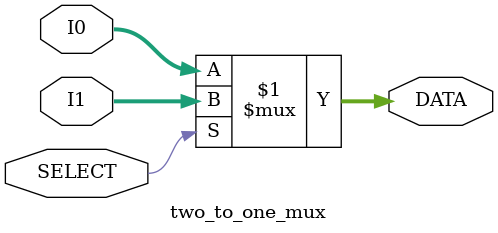
<source format=v>
module two_to_one_mux(I0, I1, SELECT, DATA);
	parameter DATA_WIDTH = 8;
	input [DATA_WIDTH-1:0] I0;
	input [DATA_WIDTH-1:0] I1;
	input SELECT;
	output [DATA_WIDTH-1:0] DATA;
	
	assign DATA = SELECT ? I1 : I0;
endmodule
</source>
